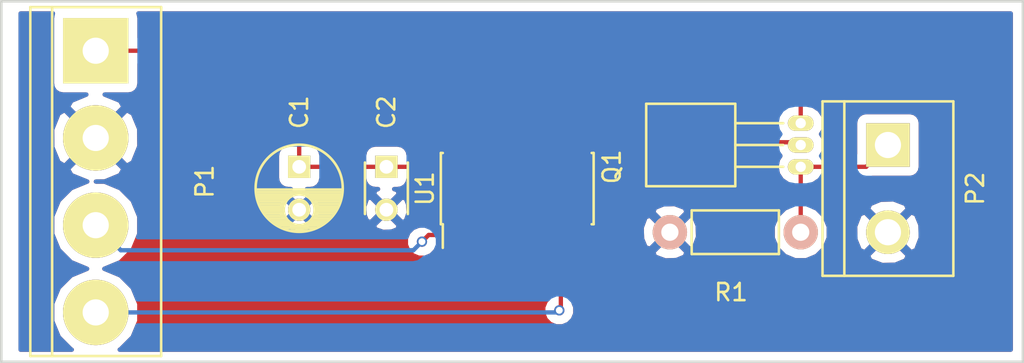
<source format=kicad_pcb>
(kicad_pcb (version 4) (host pcbnew 4.0.4-stable)

  (general
    (links 19)
    (no_connects 0)
    (area 115.924999 94.424999 175.575001 115.575001)
    (thickness 1.6)
    (drawings 4)
    (tracks 35)
    (zones 0)
    (modules 7)
    (nets 11)
  )

  (page A4)
  (layers
    (0 F.Cu signal)
    (31 B.Cu signal)
    (32 B.Adhes user hide)
    (33 F.Adhes user hide)
    (34 B.Paste user hide)
    (35 F.Paste user hide)
    (36 B.SilkS user hide)
    (37 F.SilkS user)
    (38 B.Mask user)
    (39 F.Mask user)
    (40 Dwgs.User user hide)
    (41 Cmts.User user hide)
    (42 Eco1.User user hide)
    (43 Eco2.User user hide)
    (44 Edge.Cuts user)
    (45 Margin user hide)
    (46 B.CrtYd user hide)
    (47 F.CrtYd user)
    (48 B.Fab user hide)
    (49 F.Fab user hide)
  )

  (setup
    (last_trace_width 0.25)
    (trace_clearance 0.2)
    (zone_clearance 0.508)
    (zone_45_only no)
    (trace_min 0.2)
    (segment_width 0.2)
    (edge_width 0.15)
    (via_size 0.6)
    (via_drill 0.4)
    (via_min_size 0.4)
    (via_min_drill 0.3)
    (uvia_size 0.3)
    (uvia_drill 0.1)
    (uvias_allowed no)
    (uvia_min_size 0.2)
    (uvia_min_drill 0.1)
    (pcb_text_width 0.3)
    (pcb_text_size 1.5 1.5)
    (mod_edge_width 0.15)
    (mod_text_size 1 1)
    (mod_text_width 0.15)
    (pad_size 3.81 3.81)
    (pad_drill 1.524)
    (pad_to_mask_clearance 0.2)
    (aux_axis_origin 0 0)
    (visible_elements 7FFFFFFF)
    (pcbplotparams
      (layerselection 0x090e0_80000001)
      (usegerberextensions false)
      (excludeedgelayer true)
      (linewidth 0.100000)
      (plotframeref false)
      (viasonmask false)
      (mode 1)
      (useauxorigin false)
      (hpglpennumber 1)
      (hpglpenspeed 20)
      (hpglpendiameter 15)
      (hpglpenoverlay 2)
      (psnegative false)
      (psa4output false)
      (plotreference true)
      (plotvalue true)
      (plotinvisibletext false)
      (padsonsilk false)
      (subtractmaskfromsilk false)
      (outputformat 1)
      (mirror false)
      (drillshape 0)
      (scaleselection 1)
      (outputdirectory outputNew))
  )

  (net 0 "")
  (net 1 +5V)
  (net 2 GND)
  (net 3 "Net-(Q1-Pad2)")
  (net 4 "Net-(U1-Pad2)")
  (net 5 "Net-(U1-Pad4)")
  (net 6 "Net-(U1-Pad10)")
  (net 7 "Net-(U1-Pad11)")
  (net 8 "Net-(P2-Pad1)")
  (net 9 "Net-(P1-Pad3)")
  (net 10 "Net-(P1-Pad4)")

  (net_class Default "This is the default net class."
    (clearance 0.2)
    (trace_width 0.25)
    (via_dia 0.6)
    (via_drill 0.4)
    (uvia_dia 0.3)
    (uvia_drill 0.1)
    (add_net +5V)
    (add_net GND)
    (add_net "Net-(P1-Pad3)")
    (add_net "Net-(P1-Pad4)")
    (add_net "Net-(P2-Pad1)")
    (add_net "Net-(Q1-Pad2)")
    (add_net "Net-(U1-Pad10)")
    (add_net "Net-(U1-Pad11)")
    (add_net "Net-(U1-Pad2)")
    (add_net "Net-(U1-Pad4)")
  )

  (module Housings_SOIC:SOIC-14_3.9x8.7mm_Pitch1.27mm (layer F.Cu) (tedit 586B61DE) (tstamp 586B4EE7)
    (at 146.05 105.41 90)
    (descr "14-Lead Plastic Small Outline (SL) - Narrow, 3.90 mm Body [SOIC] (see Microchip Packaging Specification 00000049BS.pdf)")
    (tags "SOIC 1.27")
    (path /585659E7)
    (attr smd)
    (fp_text reference U1 (at 0 -5.375 90) (layer F.SilkS)
      (effects (font (size 1 1) (thickness 0.15)))
    )
    (fp_text value 74HCT04 (at -5.08 0 180) (layer F.Fab)
      (effects (font (size 1 1) (thickness 0.15)))
    )
    (fp_line (start -3.7 -4.65) (end -3.7 4.65) (layer F.CrtYd) (width 0.05))
    (fp_line (start 3.7 -4.65) (end 3.7 4.65) (layer F.CrtYd) (width 0.05))
    (fp_line (start -3.7 -4.65) (end 3.7 -4.65) (layer F.CrtYd) (width 0.05))
    (fp_line (start -3.7 4.65) (end 3.7 4.65) (layer F.CrtYd) (width 0.05))
    (fp_line (start -2.075 -4.45) (end -2.075 -4.335) (layer F.SilkS) (width 0.15))
    (fp_line (start 2.075 -4.45) (end 2.075 -4.335) (layer F.SilkS) (width 0.15))
    (fp_line (start 2.075 4.45) (end 2.075 4.335) (layer F.SilkS) (width 0.15))
    (fp_line (start -2.075 4.45) (end -2.075 4.335) (layer F.SilkS) (width 0.15))
    (fp_line (start -2.075 -4.45) (end 2.075 -4.45) (layer F.SilkS) (width 0.15))
    (fp_line (start -2.075 4.45) (end 2.075 4.45) (layer F.SilkS) (width 0.15))
    (fp_line (start -2.075 -4.335) (end -3.45 -4.335) (layer F.SilkS) (width 0.15))
    (pad 1 smd rect (at -2.7 -3.81 90) (size 1.5 0.6) (layers F.Cu F.Paste F.Mask)
      (net 9 "Net-(P1-Pad3)"))
    (pad 2 smd rect (at -2.7 -2.54 90) (size 1.5 0.6) (layers F.Cu F.Paste F.Mask)
      (net 4 "Net-(U1-Pad2)"))
    (pad 3 smd rect (at -2.7 -1.27 90) (size 1.5 0.6) (layers F.Cu F.Paste F.Mask)
      (net 4 "Net-(U1-Pad2)"))
    (pad 4 smd rect (at -2.7 0 90) (size 1.5 0.6) (layers F.Cu F.Paste F.Mask)
      (net 5 "Net-(U1-Pad4)"))
    (pad 5 smd rect (at -2.7 1.27 90) (size 1.5 0.6) (layers F.Cu F.Paste F.Mask)
      (net 5 "Net-(U1-Pad4)"))
    (pad 6 smd rect (at -2.7 2.54 90) (size 1.5 0.6) (layers F.Cu F.Paste F.Mask)
      (net 10 "Net-(P1-Pad4)"))
    (pad 7 smd rect (at -2.7 3.81 90) (size 1.5 0.6) (layers F.Cu F.Paste F.Mask)
      (net 2 GND))
    (pad 8 smd rect (at 2.7 3.81 90) (size 1.5 0.6) (layers F.Cu F.Paste F.Mask)
      (net 3 "Net-(Q1-Pad2)"))
    (pad 9 smd rect (at 2.7 2.54 90) (size 1.5 0.6) (layers F.Cu F.Paste F.Mask)
      (net 6 "Net-(U1-Pad10)"))
    (pad 10 smd rect (at 2.7 1.27 90) (size 1.5 0.6) (layers F.Cu F.Paste F.Mask)
      (net 6 "Net-(U1-Pad10)"))
    (pad 11 smd rect (at 2.7 0 90) (size 1.5 0.6) (layers F.Cu F.Paste F.Mask)
      (net 7 "Net-(U1-Pad11)"))
    (pad 12 smd rect (at 2.7 -1.27 90) (size 1.5 0.6) (layers F.Cu F.Paste F.Mask)
      (net 7 "Net-(U1-Pad11)"))
    (pad 13 smd rect (at 2.7 -2.54 90) (size 1.5 0.6) (layers F.Cu F.Paste F.Mask)
      (net 10 "Net-(P1-Pad4)"))
    (pad 14 smd rect (at 2.7 -3.81 90) (size 1.5 0.6) (layers F.Cu F.Paste F.Mask)
      (net 1 +5V))
    (model Housings_SOIC.3dshapes/SOIC-14_3.9x8.7mm_Pitch1.27mm.wrl
      (at (xyz 0 0 0))
      (scale (xyz 1 1 1))
      (rotate (xyz 0 0 0))
    )
  )

  (module Capacitors_ThroughHole:C_Radial_D5_L11_P2.5 (layer F.Cu) (tedit 586B6187) (tstamp 586B4EC2)
    (at 133.35 104.14 270)
    (descr "Radial Electrolytic Capacitor Diameter 5mm x Length 11mm, Pitch 2.5mm")
    (tags "Electrolytic Capacitor")
    (path /58566F81)
    (fp_text reference C1 (at -3.175 0 270) (layer F.SilkS)
      (effects (font (size 1 1) (thickness 0.15)))
    )
    (fp_text value C (at 1.25 3.8 270) (layer F.Fab)
      (effects (font (size 1 1) (thickness 0.15)))
    )
    (fp_line (start 1.325 -2.499) (end 1.325 2.499) (layer F.SilkS) (width 0.15))
    (fp_line (start 1.465 -2.491) (end 1.465 2.491) (layer F.SilkS) (width 0.15))
    (fp_line (start 1.605 -2.475) (end 1.605 -0.095) (layer F.SilkS) (width 0.15))
    (fp_line (start 1.605 0.095) (end 1.605 2.475) (layer F.SilkS) (width 0.15))
    (fp_line (start 1.745 -2.451) (end 1.745 -0.49) (layer F.SilkS) (width 0.15))
    (fp_line (start 1.745 0.49) (end 1.745 2.451) (layer F.SilkS) (width 0.15))
    (fp_line (start 1.885 -2.418) (end 1.885 -0.657) (layer F.SilkS) (width 0.15))
    (fp_line (start 1.885 0.657) (end 1.885 2.418) (layer F.SilkS) (width 0.15))
    (fp_line (start 2.025 -2.377) (end 2.025 -0.764) (layer F.SilkS) (width 0.15))
    (fp_line (start 2.025 0.764) (end 2.025 2.377) (layer F.SilkS) (width 0.15))
    (fp_line (start 2.165 -2.327) (end 2.165 -0.835) (layer F.SilkS) (width 0.15))
    (fp_line (start 2.165 0.835) (end 2.165 2.327) (layer F.SilkS) (width 0.15))
    (fp_line (start 2.305 -2.266) (end 2.305 -0.879) (layer F.SilkS) (width 0.15))
    (fp_line (start 2.305 0.879) (end 2.305 2.266) (layer F.SilkS) (width 0.15))
    (fp_line (start 2.445 -2.196) (end 2.445 -0.898) (layer F.SilkS) (width 0.15))
    (fp_line (start 2.445 0.898) (end 2.445 2.196) (layer F.SilkS) (width 0.15))
    (fp_line (start 2.585 -2.114) (end 2.585 -0.896) (layer F.SilkS) (width 0.15))
    (fp_line (start 2.585 0.896) (end 2.585 2.114) (layer F.SilkS) (width 0.15))
    (fp_line (start 2.725 -2.019) (end 2.725 -0.871) (layer F.SilkS) (width 0.15))
    (fp_line (start 2.725 0.871) (end 2.725 2.019) (layer F.SilkS) (width 0.15))
    (fp_line (start 2.865 -1.908) (end 2.865 -0.823) (layer F.SilkS) (width 0.15))
    (fp_line (start 2.865 0.823) (end 2.865 1.908) (layer F.SilkS) (width 0.15))
    (fp_line (start 3.005 -1.78) (end 3.005 -0.745) (layer F.SilkS) (width 0.15))
    (fp_line (start 3.005 0.745) (end 3.005 1.78) (layer F.SilkS) (width 0.15))
    (fp_line (start 3.145 -1.631) (end 3.145 -0.628) (layer F.SilkS) (width 0.15))
    (fp_line (start 3.145 0.628) (end 3.145 1.631) (layer F.SilkS) (width 0.15))
    (fp_line (start 3.285 -1.452) (end 3.285 -0.44) (layer F.SilkS) (width 0.15))
    (fp_line (start 3.285 0.44) (end 3.285 1.452) (layer F.SilkS) (width 0.15))
    (fp_line (start 3.425 -1.233) (end 3.425 1.233) (layer F.SilkS) (width 0.15))
    (fp_line (start 3.565 -0.944) (end 3.565 0.944) (layer F.SilkS) (width 0.15))
    (fp_line (start 3.705 -0.472) (end 3.705 0.472) (layer F.SilkS) (width 0.15))
    (fp_circle (center 2.5 0) (end 2.5 -0.9) (layer F.SilkS) (width 0.15))
    (fp_circle (center 1.25 0) (end 1.25 -2.5375) (layer F.SilkS) (width 0.15))
    (fp_circle (center 1.25 0) (end 1.25 -2.8) (layer F.CrtYd) (width 0.05))
    (pad 1 thru_hole rect (at 0 0 270) (size 1.3 1.3) (drill 0.8) (layers *.Cu *.Mask F.SilkS)
      (net 1 +5V))
    (pad 2 thru_hole circle (at 2.5 0 270) (size 1.3 1.3) (drill 0.8) (layers *.Cu *.Mask F.SilkS)
      (net 2 GND))
    (model Capacitors_ThroughHole.3dshapes/C_Radial_D5_L11_P2.5.wrl
      (at (xyz 0.049213 0 0))
      (scale (xyz 1 1 1))
      (rotate (xyz 0 0 90))
    )
  )

  (module Capacitors_ThroughHole:C_Disc_D3_P2.5 (layer F.Cu) (tedit 586B6181) (tstamp 586B4EC8)
    (at 138.43 104.14 270)
    (descr "Capacitor 3mm Disc, Pitch 2.5mm")
    (tags Capacitor)
    (path /58566FCE)
    (fp_text reference C2 (at -3.175 0 270) (layer F.SilkS)
      (effects (font (size 1 1) (thickness 0.15)))
    )
    (fp_text value CP (at 1.25 2.5 270) (layer F.Fab)
      (effects (font (size 1 1) (thickness 0.15)))
    )
    (fp_line (start -0.9 -1.5) (end 3.4 -1.5) (layer F.CrtYd) (width 0.05))
    (fp_line (start 3.4 -1.5) (end 3.4 1.5) (layer F.CrtYd) (width 0.05))
    (fp_line (start 3.4 1.5) (end -0.9 1.5) (layer F.CrtYd) (width 0.05))
    (fp_line (start -0.9 1.5) (end -0.9 -1.5) (layer F.CrtYd) (width 0.05))
    (fp_line (start -0.25 -1.25) (end 2.75 -1.25) (layer F.SilkS) (width 0.15))
    (fp_line (start 2.75 1.25) (end -0.25 1.25) (layer F.SilkS) (width 0.15))
    (pad 1 thru_hole rect (at 0 0 270) (size 1.3 1.3) (drill 0.8) (layers *.Cu *.Mask F.SilkS)
      (net 1 +5V))
    (pad 2 thru_hole circle (at 2.5 0 270) (size 1.3 1.3) (drill 0.8001) (layers *.Cu *.Mask F.SilkS)
      (net 2 GND))
    (model Capacitors_ThroughHole.3dshapes/C_Disc_D3_P2.5.wrl
      (at (xyz 0.0492126 0 0))
      (scale (xyz 1 1 1))
      (rotate (xyz 0 0 0))
    )
  )

  (module TO_SOT_Packages_THT:TO-92_Horizontal2_Inline_Narrow_Oval (layer F.Cu) (tedit 586B61F3) (tstamp 586B4ECF)
    (at 162.56 104.14 90)
    (descr "TO-92 horizontal, leads in-line, narrow, oval pads, drill 0.6mm (see NXP sot054_po.pdf)")
    (tags "to-92 sc-43 sc-43a sot54 PA33 transistor")
    (path /58566674)
    (fp_text reference Q1 (at 0 -11 270) (layer F.SilkS)
      (effects (font (size 1 1) (thickness 0.15)))
    )
    (fp_text value S9013 (at 1.27 -6.35 90) (layer F.Fab)
      (effects (font (size 1 1) (thickness 0.15)))
    )
    (fp_line (start 2.54 -1.016) (end 2.54 -3.81) (layer F.SilkS) (width 0.15))
    (fp_line (start 1.27 -1.016) (end 1.27 -3.81) (layer F.SilkS) (width 0.15))
    (fp_line (start 0 -1.016) (end 0 -3.81) (layer F.SilkS) (width 0.15))
    (fp_line (start 3.67 -3.81) (end -1.13 -3.81) (layer F.SilkS) (width 0.15))
    (fp_line (start -1.13 -3.81) (end -1.13 -9) (layer F.SilkS) (width 0.15))
    (fp_line (start -1.13 -9) (end 3.67 -9) (layer F.SilkS) (width 0.15))
    (fp_line (start 3.67 -9) (end 3.67 -3.81) (layer F.SilkS) (width 0.15))
    (fp_line (start 3.95 -9.25) (end 3.95 1) (layer F.CrtYd) (width 0.05))
    (fp_line (start 3.95 -9.25) (end -1.4 -9.25) (layer F.CrtYd) (width 0.05))
    (fp_line (start -1.4 -9.25) (end -1.4 1) (layer F.CrtYd) (width 0.05))
    (fp_line (start 3.95 1) (end -1.4 1) (layer F.CrtYd) (width 0.05))
    (pad 2 thru_hole oval (at 1.27 0 90) (size 0.89916 1.50114) (drill 0.6) (layers *.Cu *.Mask F.SilkS)
      (net 3 "Net-(Q1-Pad2)"))
    (pad 1 thru_hole oval (at 0 0 90) (size 0.89916 1.50114) (drill 0.6) (layers *.Cu *.Mask F.SilkS)
      (net 8 "Net-(P2-Pad1)"))
    (pad 3 thru_hole oval (at 2.54 0 90) (size 0.89916 1.50114) (drill 0.6) (layers *.Cu *.Mask F.SilkS)
      (net 1 +5V))
    (model TO_SOT_Packages_THT.3dshapes/TO-92_Horizontal2_Inline_Narrow_Oval.wrl
      (at (xyz 0.05 0 0))
      (scale (xyz 1 1 1))
      (rotate (xyz 0 0 90))
    )
  )

  (module Resistors_ThroughHole:Resistor_Horizontal_RM7mm (layer F.Cu) (tedit 569FCF07) (tstamp 586B4ED5)
    (at 162.56 107.95 180)
    (descr "Resistor, Axial,  RM 7.62mm, 1/3W,")
    (tags "Resistor Axial RM 7.62mm 1/3W R3")
    (path /585666F6)
    (fp_text reference R1 (at 4.05892 -3.50012 180) (layer F.SilkS)
      (effects (font (size 1 1) (thickness 0.15)))
    )
    (fp_text value R (at 3.81 3.81 180) (layer F.Fab)
      (effects (font (size 1 1) (thickness 0.15)))
    )
    (fp_line (start -1.25 -1.5) (end 8.85 -1.5) (layer F.CrtYd) (width 0.05))
    (fp_line (start -1.25 1.5) (end -1.25 -1.5) (layer F.CrtYd) (width 0.05))
    (fp_line (start 8.85 -1.5) (end 8.85 1.5) (layer F.CrtYd) (width 0.05))
    (fp_line (start -1.25 1.5) (end 8.85 1.5) (layer F.CrtYd) (width 0.05))
    (fp_line (start 1.27 -1.27) (end 6.35 -1.27) (layer F.SilkS) (width 0.15))
    (fp_line (start 6.35 -1.27) (end 6.35 1.27) (layer F.SilkS) (width 0.15))
    (fp_line (start 6.35 1.27) (end 1.27 1.27) (layer F.SilkS) (width 0.15))
    (fp_line (start 1.27 1.27) (end 1.27 -1.27) (layer F.SilkS) (width 0.15))
    (pad 1 thru_hole circle (at 0 0 180) (size 1.99898 1.99898) (drill 1.00076) (layers *.Cu *.SilkS *.Mask)
      (net 8 "Net-(P2-Pad1)"))
    (pad 2 thru_hole circle (at 7.62 0 180) (size 1.99898 1.99898) (drill 1.00076) (layers *.Cu *.SilkS *.Mask)
      (net 2 GND))
  )

  (module Connect:bornier2 (layer F.Cu) (tedit 586B61FC) (tstamp 586B53EF)
    (at 167.64 105.41 270)
    (descr "Bornier d'alimentation 2 pins")
    (tags DEV)
    (path /586B543C)
    (fp_text reference P2 (at 0 -5.08 270) (layer F.SilkS)
      (effects (font (size 1 1) (thickness 0.15)))
    )
    (fp_text value BNC (at 0 -2.54 270) (layer F.Fab)
      (effects (font (size 1 1) (thickness 0.15)))
    )
    (fp_line (start 5.08 2.54) (end -5.08 2.54) (layer F.SilkS) (width 0.15))
    (fp_line (start 5.08 3.81) (end 5.08 -3.81) (layer F.SilkS) (width 0.15))
    (fp_line (start 5.08 -3.81) (end -5.08 -3.81) (layer F.SilkS) (width 0.15))
    (fp_line (start -5.08 -3.81) (end -5.08 3.81) (layer F.SilkS) (width 0.15))
    (fp_line (start -5.08 3.81) (end 5.08 3.81) (layer F.SilkS) (width 0.15))
    (pad 1 thru_hole rect (at -2.54 0 270) (size 2.54 2.54) (drill 1.524) (layers *.Cu *.Mask F.SilkS)
      (net 8 "Net-(P2-Pad1)"))
    (pad 2 thru_hole circle (at 2.54 0 270) (size 2.54 2.54) (drill 1.524) (layers *.Cu *.Mask F.SilkS)
      (net 2 GND))
    (model Connect.3dshapes/bornier2.wrl
      (at (xyz 0 0 0))
      (scale (xyz 1 1 1))
      (rotate (xyz 0 0 0))
    )
  )

  (module Connect:bornier4 (layer F.Cu) (tedit 58D1FAFD) (tstamp 58D1F766)
    (at 121.5 105 270)
    (descr "Bornier d'alimentation 4 pins")
    (tags DEV)
    (path /58D1F896)
    (fp_text reference P1 (at 0 -6.35 270) (layer F.SilkS)
      (effects (font (size 1 1) (thickness 0.15)))
    )
    (fp_text value CONN_01X04 (at 0 5.08 270) (layer F.Fab)
      (effects (font (size 1 1) (thickness 0.15)))
    )
    (fp_line (start -10.16 -3.81) (end -10.16 3.81) (layer F.SilkS) (width 0.15))
    (fp_line (start 10.16 3.81) (end 10.16 -3.81) (layer F.SilkS) (width 0.15))
    (fp_line (start 10.16 2.54) (end -10.16 2.54) (layer F.SilkS) (width 0.15))
    (fp_line (start -10.16 -3.81) (end 10.16 -3.81) (layer F.SilkS) (width 0.15))
    (fp_line (start -10.16 3.81) (end 10.16 3.81) (layer F.SilkS) (width 0.15))
    (pad 2 thru_hole circle (at -2.54 0 270) (size 3.81 3.81) (drill 1.524) (layers *.Cu *.Mask F.SilkS)
      (net 2 GND))
    (pad 3 thru_hole circle (at 2.54 0 270) (size 3.81 3.81) (drill 1.524) (layers *.Cu *.Mask F.SilkS)
      (net 9 "Net-(P1-Pad3)"))
    (pad 1 thru_hole rect (at -7.62 0 270) (size 3.81 3.81) (drill 1.524) (layers *.Cu *.Mask F.SilkS)
      (net 1 +5V))
    (pad 4 thru_hole circle (at 7.62 0 270) (size 3.81 3.81) (drill 1.524) (layers *.Cu *.Mask F.SilkS)
      (net 10 "Net-(P1-Pad4)"))
    (model Connect.3dshapes/bornier4.wrl
      (at (xyz 0 0 0))
      (scale (xyz 1 1 1))
      (rotate (xyz 0 0 0))
    )
  )

  (gr_line (start 175.5 94.5) (end 175.5 115.5) (angle 90) (layer Edge.Cuts) (width 0.15))
  (gr_line (start 116 94.5) (end 116 115.5) (angle 90) (layer Edge.Cuts) (width 0.15))
  (gr_line (start 116 115.5) (end 175.5 115.5) (angle 90) (layer Edge.Cuts) (width 0.15))
  (gr_line (start 116 94.5) (end 175.5 94.5) (angle 90) (layer Edge.Cuts) (width 0.15))

  (segment (start 133.35 104.14) (end 133.35 97.65) (width 0.25) (layer F.Cu) (net 1))
  (segment (start 133.08 97.38) (end 121.5 97.38) (width 0.25) (layer F.Cu) (net 1) (tstamp 58D1F77D))
  (segment (start 133.35 97.65) (end 133.08 97.38) (width 0.25) (layer F.Cu) (net 1) (tstamp 58D1F774))
  (segment (start 142.24 102.71) (end 142.24 100.33) (width 0.25) (layer F.Cu) (net 1))
  (segment (start 162.56 100.33) (end 162.56 101.6) (width 0.25) (layer F.Cu) (net 1) (tstamp 586B50B6))
  (segment (start 142.24 100.33) (end 162.56 100.33) (width 0.25) (layer F.Cu) (net 1) (tstamp 586B50B4))
  (segment (start 138.43 104.14) (end 140.81 104.14) (width 0.25) (layer F.Cu) (net 1))
  (segment (start 140.81 104.14) (end 142.24 102.71) (width 0.25) (layer F.Cu) (net 1) (tstamp 586B50AF))
  (segment (start 133.35 104.14) (end 138.43 104.14) (width 0.25) (layer F.Cu) (net 1))
  (segment (start 149.86 102.71) (end 162.4 102.71) (width 0.25) (layer F.Cu) (net 3))
  (segment (start 162.4 102.71) (end 162.56 102.87) (width 0.25) (layer F.Cu) (net 3) (tstamp 586B50C1))
  (segment (start 143.51 108.11) (end 144.78 108.11) (width 0.25) (layer F.Cu) (net 4))
  (segment (start 146.05 108.11) (end 147.32 108.11) (width 0.25) (layer F.Cu) (net 5))
  (segment (start 147.32 102.71) (end 148.59 102.71) (width 0.25) (layer F.Cu) (net 6))
  (segment (start 144.78 102.71) (end 146.05 102.71) (width 0.25) (layer F.Cu) (net 7))
  (segment (start 166.37 104.14) (end 165.1 104.14) (width 0.25) (layer F.Cu) (net 8))
  (segment (start 165.1 104.14) (end 162.56 104.14) (width 0.25) (layer F.Cu) (net 8))
  (segment (start 166.37 104.14) (end 167.64 102.87) (width 0.25) (layer F.Cu) (net 8) (tstamp 586B542D))
  (segment (start 162.56 104.14) (end 162.56 107.95) (width 0.25) (layer F.Cu) (net 8))
  (segment (start 142.24 108.11) (end 140.89 108.11) (width 0.25) (layer F.Cu) (net 9))
  (segment (start 122.96 109) (end 121.5 107.54) (width 0.25) (layer B.Cu) (net 9) (tstamp 58D1F9DF))
  (segment (start 140 109) (end 122.96 109) (width 0.25) (layer B.Cu) (net 9) (tstamp 58D1F9D9))
  (segment (start 140.5 108.5) (end 140 109) (width 0.25) (layer B.Cu) (net 9) (tstamp 58D1F9D8))
  (via (at 140.5 108.5) (size 0.6) (drill 0.4) (layers F.Cu B.Cu) (net 9))
  (segment (start 140.89 108.11) (end 140.5 108.5) (width 0.25) (layer F.Cu) (net 9) (tstamp 58D1F9CF))
  (segment (start 121.5 112.62) (end 148.38 112.62) (width 0.25) (layer B.Cu) (net 10))
  (segment (start 148.59 112.41) (end 148.59 108.11) (width 0.25) (layer F.Cu) (net 10) (tstamp 58D1F9FB))
  (segment (start 148.5 112.5) (end 148.59 112.41) (width 0.25) (layer F.Cu) (net 10) (tstamp 58D1F9FA))
  (via (at 148.5 112.5) (size 0.6) (drill 0.4) (layers F.Cu B.Cu) (net 10))
  (segment (start 148.38 112.62) (end 148.5 112.5) (width 0.25) (layer B.Cu) (net 10) (tstamp 58D1F9ED))
  (segment (start 143.51 102.71) (end 143.51 104.14) (width 0.25) (layer F.Cu) (net 10))
  (segment (start 148.59 106.68) (end 148.59 108.11) (width 0.25) (layer F.Cu) (net 10) (tstamp 586B50E6))
  (segment (start 147.32 105.41) (end 148.59 106.68) (width 0.25) (layer F.Cu) (net 10) (tstamp 586B50E3))
  (segment (start 144.78 105.41) (end 147.32 105.41) (width 0.25) (layer F.Cu) (net 10) (tstamp 586B50DE))
  (segment (start 143.51 104.14) (end 144.78 105.41) (width 0.25) (layer F.Cu) (net 10) (tstamp 586B50D8))

  (zone (net 2) (net_name GND) (layer B.Cu) (tstamp 58D1FBE0) (hatch edge 0.508)
    (connect_pads (clearance 0.508))
    (min_thickness 0.254)
    (fill yes (arc_segments 16) (thermal_gap 0.508) (thermal_bridge_width 0.508))
    (polygon
      (pts
        (xy 175 115) (xy 117 115) (xy 117 95) (xy 175 95)
      )
    )
    (filled_polygon
      (pts
        (xy 118.998569 95.22311) (xy 118.94756 95.475) (xy 118.94756 99.285) (xy 118.991838 99.520317) (xy 119.13091 99.736441)
        (xy 119.34311 99.881431) (xy 119.595 99.93244) (xy 120.952123 99.93244) (xy 120.082353 100.292711) (xy 119.873165 100.65356)
        (xy 121.5 102.280395) (xy 123.126835 100.65356) (xy 122.917647 100.292711) (xy 122.023211 99.93244) (xy 123.405 99.93244)
        (xy 123.640317 99.888162) (xy 123.856441 99.74909) (xy 124.001431 99.53689) (xy 124.05244 99.285) (xy 124.05244 95.475)
        (xy 124.008162 95.239683) (xy 123.989062 95.21) (xy 174.79 95.21) (xy 174.79 114.79) (xy 122.899555 114.79)
        (xy 122.936915 114.774563) (xy 123.652052 114.060673) (xy 123.934693 113.38) (xy 148.181137 113.38) (xy 148.313201 113.434838)
        (xy 148.685167 113.435162) (xy 149.028943 113.293117) (xy 149.292192 113.030327) (xy 149.434838 112.686799) (xy 149.435162 112.314833)
        (xy 149.293117 111.971057) (xy 149.030327 111.707808) (xy 148.686799 111.565162) (xy 148.314833 111.564838) (xy 147.971057 111.706883)
        (xy 147.817673 111.86) (xy 123.934258 111.86) (xy 123.654563 111.183085) (xy 122.940673 110.467948) (xy 122.007454 110.080441)
        (xy 122.003028 110.080437) (xy 122.837512 109.735635) (xy 122.96 109.76) (xy 140 109.76) (xy 140.290839 109.702148)
        (xy 140.537401 109.537401) (xy 140.63968 109.435122) (xy 140.685167 109.435162) (xy 141.028943 109.293117) (xy 141.22023 109.102163)
        (xy 153.967443 109.102163) (xy 154.066042 109.368965) (xy 154.675582 109.595401) (xy 155.325377 109.571341) (xy 155.813958 109.368965)
        (xy 155.912557 109.102163) (xy 154.94 108.129605) (xy 153.967443 109.102163) (xy 141.22023 109.102163) (xy 141.292192 109.030327)
        (xy 141.434838 108.686799) (xy 141.435162 108.314833) (xy 141.293117 107.971057) (xy 141.030327 107.707808) (xy 140.976802 107.685582)
        (xy 153.294599 107.685582) (xy 153.318659 108.335377) (xy 153.521035 108.823958) (xy 153.787837 108.922557) (xy 154.760395 107.95)
        (xy 155.119605 107.95) (xy 156.092163 108.922557) (xy 156.358965 108.823958) (xy 156.56338 108.273694) (xy 160.925226 108.273694)
        (xy 161.173538 108.874655) (xy 161.632927 109.334846) (xy 162.233453 109.584206) (xy 162.883694 109.584774) (xy 163.484655 109.336462)
        (xy 163.523407 109.297777) (xy 166.471828 109.297777) (xy 166.60352 109.592657) (xy 167.311036 109.864261) (xy 168.068632 109.844436)
        (xy 168.67648 109.592657) (xy 168.808172 109.297777) (xy 167.64 108.129605) (xy 166.471828 109.297777) (xy 163.523407 109.297777)
        (xy 163.944846 108.877073) (xy 164.194206 108.276547) (xy 164.194774 107.626306) (xy 164.192597 107.621036) (xy 165.725739 107.621036)
        (xy 165.745564 108.378632) (xy 165.997343 108.98648) (xy 166.292223 109.118172) (xy 167.460395 107.95) (xy 167.819605 107.95)
        (xy 168.987777 109.118172) (xy 169.282657 108.98648) (xy 169.554261 108.278964) (xy 169.534436 107.521368) (xy 169.282657 106.91352)
        (xy 168.987777 106.781828) (xy 167.819605 107.95) (xy 167.460395 107.95) (xy 166.292223 106.781828) (xy 165.997343 106.91352)
        (xy 165.725739 107.621036) (xy 164.192597 107.621036) (xy 163.946462 107.025345) (xy 163.524078 106.602223) (xy 166.471828 106.602223)
        (xy 167.64 107.770395) (xy 168.808172 106.602223) (xy 168.67648 106.307343) (xy 167.968964 106.035739) (xy 167.211368 106.055564)
        (xy 166.60352 106.307343) (xy 166.471828 106.602223) (xy 163.524078 106.602223) (xy 163.487073 106.565154) (xy 162.886547 106.315794)
        (xy 162.236306 106.315226) (xy 161.635345 106.563538) (xy 161.175154 107.022927) (xy 160.925794 107.623453) (xy 160.925226 108.273694)
        (xy 156.56338 108.273694) (xy 156.585401 108.214418) (xy 156.561341 107.564623) (xy 156.358965 107.076042) (xy 156.092163 106.977443)
        (xy 155.119605 107.95) (xy 154.760395 107.95) (xy 153.787837 106.977443) (xy 153.521035 107.076042) (xy 153.294599 107.685582)
        (xy 140.976802 107.685582) (xy 140.686799 107.565162) (xy 140.314833 107.564838) (xy 139.971057 107.706883) (xy 139.707808 107.969673)
        (xy 139.595558 108.24) (xy 123.959607 108.24) (xy 124.039559 108.047454) (xy 124.040002 107.539016) (xy 132.63059 107.539016)
        (xy 132.686271 107.769611) (xy 133.169078 107.937622) (xy 133.679428 107.908083) (xy 134.013729 107.769611) (xy 134.06941 107.539016)
        (xy 137.71059 107.539016) (xy 137.766271 107.769611) (xy 138.249078 107.937622) (xy 138.759428 107.908083) (xy 139.093729 107.769611)
        (xy 139.14941 107.539016) (xy 138.43 106.819605) (xy 137.71059 107.539016) (xy 134.06941 107.539016) (xy 133.35 106.819605)
        (xy 132.63059 107.539016) (xy 124.040002 107.539016) (xy 124.04044 107.036979) (xy 123.801657 106.459078) (xy 132.052378 106.459078)
        (xy 132.081917 106.969428) (xy 132.220389 107.303729) (xy 132.450984 107.35941) (xy 133.170395 106.64) (xy 133.529605 106.64)
        (xy 134.249016 107.35941) (xy 134.479611 107.303729) (xy 134.647622 106.820922) (xy 134.626679 106.459078) (xy 137.132378 106.459078)
        (xy 137.161917 106.969428) (xy 137.300389 107.303729) (xy 137.530984 107.35941) (xy 138.250395 106.64) (xy 138.609605 106.64)
        (xy 139.329016 107.35941) (xy 139.559611 107.303729) (xy 139.727622 106.820922) (xy 139.726286 106.797837) (xy 153.967443 106.797837)
        (xy 154.94 107.770395) (xy 155.912557 106.797837) (xy 155.813958 106.531035) (xy 155.204418 106.304599) (xy 154.554623 106.328659)
        (xy 154.066042 106.531035) (xy 153.967443 106.797837) (xy 139.726286 106.797837) (xy 139.698083 106.310572) (xy 139.559611 105.976271)
        (xy 139.329016 105.92059) (xy 138.609605 106.64) (xy 138.250395 106.64) (xy 137.530984 105.92059) (xy 137.300389 105.976271)
        (xy 137.132378 106.459078) (xy 134.626679 106.459078) (xy 134.618083 106.310572) (xy 134.479611 105.976271) (xy 134.249016 105.92059)
        (xy 133.529605 106.64) (xy 133.170395 106.64) (xy 132.450984 105.92059) (xy 132.220389 105.976271) (xy 132.052378 106.459078)
        (xy 123.801657 106.459078) (xy 123.654563 106.103085) (xy 122.940673 105.387948) (xy 122.007454 105.000441) (xy 121.511568 105.000009)
        (xy 122.030077 104.994933) (xy 122.917647 104.627289) (xy 123.126835 104.26644) (xy 121.5 102.639605) (xy 119.873165 104.26644)
        (xy 120.082353 104.627289) (xy 121.006602 104.999568) (xy 120.996979 104.99956) (xy 120.063085 105.385437) (xy 119.347948 106.099327)
        (xy 118.960441 107.032546) (xy 118.95956 108.043021) (xy 119.345437 108.976915) (xy 120.059327 109.692052) (xy 120.992546 110.079559)
        (xy 120.996972 110.079563) (xy 120.063085 110.465437) (xy 119.347948 111.179327) (xy 118.960441 112.112546) (xy 118.95956 113.123021)
        (xy 119.345437 114.056915) (xy 120.059327 114.772052) (xy 120.102551 114.79) (xy 117.127 114.79) (xy 117.127 101.97965)
        (xy 118.955176 101.97965) (xy 118.965067 102.990077) (xy 119.332711 103.877647) (xy 119.69356 104.086835) (xy 121.320395 102.46)
        (xy 121.679605 102.46) (xy 123.30644 104.086835) (xy 123.667289 103.877647) (xy 123.823429 103.49) (xy 132.05256 103.49)
        (xy 132.05256 104.79) (xy 132.096838 105.025317) (xy 132.23591 105.241441) (xy 132.44811 105.386431) (xy 132.7 105.43744)
        (xy 132.862385 105.43744) (xy 132.686271 105.510389) (xy 132.63059 105.740984) (xy 133.35 106.460395) (xy 134.06941 105.740984)
        (xy 134.013729 105.510389) (xy 133.804098 105.43744) (xy 134 105.43744) (xy 134.235317 105.393162) (xy 134.451441 105.25409)
        (xy 134.596431 105.04189) (xy 134.64744 104.79) (xy 134.64744 103.49) (xy 137.13256 103.49) (xy 137.13256 104.79)
        (xy 137.176838 105.025317) (xy 137.31591 105.241441) (xy 137.52811 105.386431) (xy 137.78 105.43744) (xy 137.942385 105.43744)
        (xy 137.766271 105.510389) (xy 137.71059 105.740984) (xy 138.43 106.460395) (xy 139.14941 105.740984) (xy 139.093729 105.510389)
        (xy 138.884098 105.43744) (xy 139.08 105.43744) (xy 139.315317 105.393162) (xy 139.531441 105.25409) (xy 139.676431 105.04189)
        (xy 139.72744 104.79) (xy 139.72744 103.49) (xy 139.683162 103.254683) (xy 139.54409 103.038559) (xy 139.33189 102.893569)
        (xy 139.08 102.84256) (xy 137.78 102.84256) (xy 137.544683 102.886838) (xy 137.328559 103.02591) (xy 137.183569 103.23811)
        (xy 137.13256 103.49) (xy 134.64744 103.49) (xy 134.603162 103.254683) (xy 134.46409 103.038559) (xy 134.25189 102.893569)
        (xy 134 102.84256) (xy 132.7 102.84256) (xy 132.464683 102.886838) (xy 132.248559 103.02591) (xy 132.103569 103.23811)
        (xy 132.05256 103.49) (xy 123.823429 103.49) (xy 124.044824 102.94035) (xy 124.034933 101.929923) (xy 123.898275 101.6)
        (xy 161.147285 101.6) (xy 161.229844 102.015051) (xy 161.376809 102.235) (xy 161.229844 102.454949) (xy 161.147285 102.87)
        (xy 161.229844 103.285051) (xy 161.376809 103.505) (xy 161.229844 103.724949) (xy 161.147285 104.14) (xy 161.229844 104.555051)
        (xy 161.464951 104.906914) (xy 161.816814 105.142021) (xy 162.231865 105.22458) (xy 162.888135 105.22458) (xy 163.303186 105.142021)
        (xy 163.655049 104.906914) (xy 163.890156 104.555051) (xy 163.972715 104.14) (xy 163.890156 103.724949) (xy 163.743191 103.505)
        (xy 163.890156 103.285051) (xy 163.972715 102.87) (xy 163.890156 102.454949) (xy 163.743191 102.235) (xy 163.890156 102.015051)
        (xy 163.972715 101.6) (xy 165.72256 101.6) (xy 165.72256 104.14) (xy 165.766838 104.375317) (xy 165.90591 104.591441)
        (xy 166.11811 104.736431) (xy 166.37 104.78744) (xy 168.91 104.78744) (xy 169.145317 104.743162) (xy 169.361441 104.60409)
        (xy 169.506431 104.39189) (xy 169.55744 104.14) (xy 169.55744 101.6) (xy 169.513162 101.364683) (xy 169.37409 101.148559)
        (xy 169.16189 101.003569) (xy 168.91 100.95256) (xy 166.37 100.95256) (xy 166.134683 100.996838) (xy 165.918559 101.13591)
        (xy 165.773569 101.34811) (xy 165.72256 101.6) (xy 163.972715 101.6) (xy 163.890156 101.184949) (xy 163.655049 100.833086)
        (xy 163.303186 100.597979) (xy 162.888135 100.51542) (xy 162.231865 100.51542) (xy 161.816814 100.597979) (xy 161.464951 100.833086)
        (xy 161.229844 101.184949) (xy 161.147285 101.6) (xy 123.898275 101.6) (xy 123.667289 101.042353) (xy 123.30644 100.833165)
        (xy 121.679605 102.46) (xy 121.320395 102.46) (xy 119.69356 100.833165) (xy 119.332711 101.042353) (xy 118.955176 101.97965)
        (xy 117.127 101.97965) (xy 117.127 95.21) (xy 119.007527 95.21)
      )
    )
  )
  (zone (net 2) (net_name GND) (layer F.Cu) (tstamp 58D1FBE0) (hatch edge 0.508)
    (connect_pads (clearance 0.508))
    (min_thickness 0.254)
    (fill yes (arc_segments 16) (thermal_gap 0.508) (thermal_bridge_width 0.508))
    (polygon
      (pts
        (xy 175 115) (xy 117 115) (xy 117 95) (xy 175 95)
      )
    )
    (filled_polygon
      (pts
        (xy 118.998569 95.22311) (xy 118.94756 95.475) (xy 118.94756 99.285) (xy 118.991838 99.520317) (xy 119.13091 99.736441)
        (xy 119.34311 99.881431) (xy 119.595 99.93244) (xy 120.952123 99.93244) (xy 120.082353 100.292711) (xy 119.873165 100.65356)
        (xy 121.5 102.280395) (xy 123.126835 100.65356) (xy 122.917647 100.292711) (xy 122.023211 99.93244) (xy 123.405 99.93244)
        (xy 123.640317 99.888162) (xy 123.856441 99.74909) (xy 124.001431 99.53689) (xy 124.05244 99.285) (xy 124.05244 98.14)
        (xy 132.59 98.14) (xy 132.59 102.863258) (xy 132.464683 102.886838) (xy 132.248559 103.02591) (xy 132.103569 103.23811)
        (xy 132.05256 103.49) (xy 132.05256 104.79) (xy 132.096838 105.025317) (xy 132.23591 105.241441) (xy 132.44811 105.386431)
        (xy 132.7 105.43744) (xy 132.862385 105.43744) (xy 132.686271 105.510389) (xy 132.63059 105.740984) (xy 133.35 106.460395)
        (xy 134.06941 105.740984) (xy 134.013729 105.510389) (xy 133.804098 105.43744) (xy 134 105.43744) (xy 134.235317 105.393162)
        (xy 134.451441 105.25409) (xy 134.596431 105.04189) (xy 134.625164 104.9) (xy 137.153258 104.9) (xy 137.176838 105.025317)
        (xy 137.31591 105.241441) (xy 137.52811 105.386431) (xy 137.78 105.43744) (xy 137.942385 105.43744) (xy 137.766271 105.510389)
        (xy 137.71059 105.740984) (xy 138.43 106.460395) (xy 139.14941 105.740984) (xy 139.093729 105.510389) (xy 138.884098 105.43744)
        (xy 139.08 105.43744) (xy 139.315317 105.393162) (xy 139.531441 105.25409) (xy 139.676431 105.04189) (xy 139.705164 104.9)
        (xy 140.81 104.9) (xy 141.100839 104.842148) (xy 141.347401 104.677401) (xy 141.921174 104.103628) (xy 141.94 104.10744)
        (xy 142.54 104.10744) (xy 142.75 104.067926) (xy 142.75 104.14) (xy 142.807852 104.430839) (xy 142.972599 104.677401)
        (xy 144.242599 105.947401) (xy 144.48916 106.112148) (xy 144.78 106.17) (xy 147.005198 106.17) (xy 147.547758 106.71256)
        (xy 147.02 106.71256) (xy 146.784683 106.756838) (xy 146.685472 106.820678) (xy 146.60189 106.763569) (xy 146.35 106.71256)
        (xy 145.75 106.71256) (xy 145.514683 106.756838) (xy 145.415472 106.820678) (xy 145.33189 106.763569) (xy 145.08 106.71256)
        (xy 144.48 106.71256) (xy 144.244683 106.756838) (xy 144.145472 106.820678) (xy 144.06189 106.763569) (xy 143.81 106.71256)
        (xy 143.21 106.71256) (xy 142.974683 106.756838) (xy 142.875472 106.820678) (xy 142.79189 106.763569) (xy 142.54 106.71256)
        (xy 141.94 106.71256) (xy 141.704683 106.756838) (xy 141.488559 106.89591) (xy 141.343569 107.10811) (xy 141.294585 107.35)
        (xy 140.89 107.35) (xy 140.59916 107.407852) (xy 140.36415 107.564881) (xy 140.314833 107.564838) (xy 139.971057 107.706883)
        (xy 139.707808 107.969673) (xy 139.565162 108.313201) (xy 139.564838 108.685167) (xy 139.706883 109.028943) (xy 139.969673 109.292192)
        (xy 140.313201 109.434838) (xy 140.685167 109.435162) (xy 141.028943 109.293117) (xy 141.292192 109.030327) (xy 141.3145 108.976603)
        (xy 141.336838 109.095317) (xy 141.47591 109.311441) (xy 141.68811 109.456431) (xy 141.94 109.50744) (xy 142.54 109.50744)
        (xy 142.775317 109.463162) (xy 142.874528 109.399322) (xy 142.95811 109.456431) (xy 143.21 109.50744) (xy 143.81 109.50744)
        (xy 144.045317 109.463162) (xy 144.144528 109.399322) (xy 144.22811 109.456431) (xy 144.48 109.50744) (xy 145.08 109.50744)
        (xy 145.315317 109.463162) (xy 145.414528 109.399322) (xy 145.49811 109.456431) (xy 145.75 109.50744) (xy 146.35 109.50744)
        (xy 146.585317 109.463162) (xy 146.684528 109.399322) (xy 146.76811 109.456431) (xy 147.02 109.50744) (xy 147.62 109.50744)
        (xy 147.83 109.467926) (xy 147.83 111.847694) (xy 147.707808 111.969673) (xy 147.565162 112.313201) (xy 147.564838 112.685167)
        (xy 147.706883 113.028943) (xy 147.969673 113.292192) (xy 148.313201 113.434838) (xy 148.685167 113.435162) (xy 149.028943 113.293117)
        (xy 149.292192 113.030327) (xy 149.434838 112.686799) (xy 149.435162 112.314833) (xy 149.35 112.108725) (xy 149.35 109.460334)
        (xy 149.43369 109.495) (xy 149.57425 109.495) (xy 149.733 109.33625) (xy 149.733 108.237) (xy 149.987 108.237)
        (xy 149.987 109.33625) (xy 150.14575 109.495) (xy 150.28631 109.495) (xy 150.519699 109.398327) (xy 150.698327 109.219698)
        (xy 150.747011 109.102163) (xy 153.967443 109.102163) (xy 154.066042 109.368965) (xy 154.675582 109.595401) (xy 155.325377 109.571341)
        (xy 155.813958 109.368965) (xy 155.912557 109.102163) (xy 154.94 108.129605) (xy 153.967443 109.102163) (xy 150.747011 109.102163)
        (xy 150.795 108.986309) (xy 150.795 108.39575) (xy 150.63625 108.237) (xy 149.987 108.237) (xy 149.733 108.237)
        (xy 149.713 108.237) (xy 149.713 107.983) (xy 149.733 107.983) (xy 149.733 106.88375) (xy 149.987 106.88375)
        (xy 149.987 107.983) (xy 150.63625 107.983) (xy 150.795 107.82425) (xy 150.795 107.685582) (xy 153.294599 107.685582)
        (xy 153.318659 108.335377) (xy 153.521035 108.823958) (xy 153.787837 108.922557) (xy 154.760395 107.95) (xy 155.119605 107.95)
        (xy 156.092163 108.922557) (xy 156.358965 108.823958) (xy 156.585401 108.214418) (xy 156.561341 107.564623) (xy 156.358965 107.076042)
        (xy 156.092163 106.977443) (xy 155.119605 107.95) (xy 154.760395 107.95) (xy 153.787837 106.977443) (xy 153.521035 107.076042)
        (xy 153.294599 107.685582) (xy 150.795 107.685582) (xy 150.795 107.233691) (xy 150.698327 107.000302) (xy 150.519699 106.821673)
        (xy 150.462154 106.797837) (xy 153.967443 106.797837) (xy 154.94 107.770395) (xy 155.912557 106.797837) (xy 155.813958 106.531035)
        (xy 155.204418 106.304599) (xy 154.554623 106.328659) (xy 154.066042 106.531035) (xy 153.967443 106.797837) (xy 150.462154 106.797837)
        (xy 150.28631 106.725) (xy 150.14575 106.725) (xy 149.987 106.88375) (xy 149.733 106.88375) (xy 149.57425 106.725)
        (xy 149.43369 106.725) (xy 149.35 106.759666) (xy 149.35 106.68) (xy 149.320369 106.531035) (xy 149.292148 106.38916)
        (xy 149.127401 106.142599) (xy 147.857401 104.872599) (xy 147.610839 104.707852) (xy 147.32 104.65) (xy 145.094802 104.65)
        (xy 144.552242 104.10744) (xy 145.08 104.10744) (xy 145.315317 104.063162) (xy 145.414528 103.999322) (xy 145.49811 104.056431)
        (xy 145.75 104.10744) (xy 146.35 104.10744) (xy 146.585317 104.063162) (xy 146.684528 103.999322) (xy 146.76811 104.056431)
        (xy 147.02 104.10744) (xy 147.62 104.10744) (xy 147.855317 104.063162) (xy 147.954528 103.999322) (xy 148.03811 104.056431)
        (xy 148.29 104.10744) (xy 148.89 104.10744) (xy 149.125317 104.063162) (xy 149.224528 103.999322) (xy 149.30811 104.056431)
        (xy 149.56 104.10744) (xy 150.16 104.10744) (xy 150.395317 104.063162) (xy 150.611441 103.92409) (xy 150.756431 103.71189)
        (xy 150.805415 103.47) (xy 161.353423 103.47) (xy 161.376809 103.505) (xy 161.229844 103.724949) (xy 161.147285 104.14)
        (xy 161.229844 104.555051) (xy 161.464951 104.906914) (xy 161.8 105.130786) (xy 161.8 106.495504) (xy 161.635345 106.563538)
        (xy 161.175154 107.022927) (xy 160.925794 107.623453) (xy 160.925226 108.273694) (xy 161.173538 108.874655) (xy 161.632927 109.334846)
        (xy 162.233453 109.584206) (xy 162.883694 109.584774) (xy 163.484655 109.336462) (xy 163.523407 109.297777) (xy 166.471828 109.297777)
        (xy 166.60352 109.592657) (xy 167.311036 109.864261) (xy 168.068632 109.844436) (xy 168.67648 109.592657) (xy 168.808172 109.297777)
        (xy 167.64 108.129605) (xy 166.471828 109.297777) (xy 163.523407 109.297777) (xy 163.944846 108.877073) (xy 164.194206 108.276547)
        (xy 164.194774 107.626306) (xy 164.192597 107.621036) (xy 165.725739 107.621036) (xy 165.745564 108.378632) (xy 165.997343 108.98648)
        (xy 166.292223 109.118172) (xy 167.460395 107.95) (xy 167.819605 107.95) (xy 168.987777 109.118172) (xy 169.282657 108.98648)
        (xy 169.554261 108.278964) (xy 169.534436 107.521368) (xy 169.282657 106.91352) (xy 168.987777 106.781828) (xy 167.819605 107.95)
        (xy 167.460395 107.95) (xy 166.292223 106.781828) (xy 165.997343 106.91352) (xy 165.725739 107.621036) (xy 164.192597 107.621036)
        (xy 163.946462 107.025345) (xy 163.524078 106.602223) (xy 166.471828 106.602223) (xy 167.64 107.770395) (xy 168.808172 106.602223)
        (xy 168.67648 106.307343) (xy 167.968964 106.035739) (xy 167.211368 106.055564) (xy 166.60352 106.307343) (xy 166.471828 106.602223)
        (xy 163.524078 106.602223) (xy 163.487073 106.565154) (xy 163.32 106.495779) (xy 163.32 105.130786) (xy 163.655049 104.906914)
        (xy 163.659669 104.9) (xy 166.37 104.9) (xy 166.660839 104.842148) (xy 166.742716 104.78744) (xy 168.91 104.78744)
        (xy 169.145317 104.743162) (xy 169.361441 104.60409) (xy 169.506431 104.39189) (xy 169.55744 104.14) (xy 169.55744 101.6)
        (xy 169.513162 101.364683) (xy 169.37409 101.148559) (xy 169.16189 101.003569) (xy 168.91 100.95256) (xy 166.37 100.95256)
        (xy 166.134683 100.996838) (xy 165.918559 101.13591) (xy 165.773569 101.34811) (xy 165.72256 101.6) (xy 165.72256 103.38)
        (xy 163.826713 103.38) (xy 163.890156 103.285051) (xy 163.972715 102.87) (xy 163.890156 102.454949) (xy 163.743191 102.235)
        (xy 163.890156 102.015051) (xy 163.972715 101.6) (xy 163.890156 101.184949) (xy 163.655049 100.833086) (xy 163.32 100.609214)
        (xy 163.32 100.33) (xy 163.262148 100.039161) (xy 163.097401 99.792599) (xy 162.850839 99.627852) (xy 162.56 99.57)
        (xy 142.24 99.57) (xy 141.949161 99.627852) (xy 141.702599 99.792599) (xy 141.537852 100.039161) (xy 141.48 100.33)
        (xy 141.48 101.508437) (xy 141.343569 101.70811) (xy 141.29256 101.96) (xy 141.29256 102.582638) (xy 140.495198 103.38)
        (xy 139.706742 103.38) (xy 139.683162 103.254683) (xy 139.54409 103.038559) (xy 139.33189 102.893569) (xy 139.08 102.84256)
        (xy 137.78 102.84256) (xy 137.544683 102.886838) (xy 137.328559 103.02591) (xy 137.183569 103.23811) (xy 137.154836 103.38)
        (xy 134.626742 103.38) (xy 134.603162 103.254683) (xy 134.46409 103.038559) (xy 134.25189 102.893569) (xy 134.11 102.864836)
        (xy 134.11 97.65) (xy 134.052148 97.359161) (xy 133.887401 97.112599) (xy 133.617401 96.842599) (xy 133.370839 96.677852)
        (xy 133.08 96.62) (xy 124.05244 96.62) (xy 124.05244 95.475) (xy 124.008162 95.239683) (xy 123.989062 95.21)
        (xy 174.79 95.21) (xy 174.79 114.79) (xy 122.899555 114.79) (xy 122.936915 114.774563) (xy 123.652052 114.060673)
        (xy 124.039559 113.127454) (xy 124.04044 112.116979) (xy 123.654563 111.183085) (xy 122.940673 110.467948) (xy 122.007454 110.080441)
        (xy 122.003028 110.080437) (xy 122.936915 109.694563) (xy 123.652052 108.980673) (xy 124.039559 108.047454) (xy 124.040002 107.539016)
        (xy 132.63059 107.539016) (xy 132.686271 107.769611) (xy 133.169078 107.937622) (xy 133.679428 107.908083) (xy 134.013729 107.769611)
        (xy 134.06941 107.539016) (xy 137.71059 107.539016) (xy 137.766271 107.769611) (xy 138.249078 107.937622) (xy 138.759428 107.908083)
        (xy 139.093729 107.769611) (xy 139.14941 107.539016) (xy 138.43 106.819605) (xy 137.71059 107.539016) (xy 134.06941 107.539016)
        (xy 133.35 106.819605) (xy 132.63059 107.539016) (xy 124.040002 107.539016) (xy 124.04044 107.036979) (xy 123.801657 106.459078)
        (xy 132.052378 106.459078) (xy 132.081917 106.969428) (xy 132.220389 107.303729) (xy 132.450984 107.35941) (xy 133.170395 106.64)
        (xy 133.529605 106.64) (xy 134.249016 107.35941) (xy 134.479611 107.303729) (xy 134.647622 106.820922) (xy 134.626679 106.459078)
        (xy 137.132378 106.459078) (xy 137.161917 106.969428) (xy 137.300389 107.303729) (xy 137.530984 107.35941) (xy 138.250395 106.64)
        (xy 138.609605 106.64) (xy 139.329016 107.35941) (xy 139.559611 107.303729) (xy 139.727622 106.820922) (xy 139.698083 106.310572)
        (xy 139.559611 105.976271) (xy 139.329016 105.92059) (xy 138.609605 106.64) (xy 138.250395 106.64) (xy 137.530984 105.92059)
        (xy 137.300389 105.976271) (xy 137.132378 106.459078) (xy 134.626679 106.459078) (xy 134.618083 106.310572) (xy 134.479611 105.976271)
        (xy 134.249016 105.92059) (xy 133.529605 106.64) (xy 133.170395 106.64) (xy 132.450984 105.92059) (xy 132.220389 105.976271)
        (xy 132.052378 106.459078) (xy 123.801657 106.459078) (xy 123.654563 106.103085) (xy 122.940673 105.387948) (xy 122.007454 105.000441)
        (xy 121.511568 105.000009) (xy 122.030077 104.994933) (xy 122.917647 104.627289) (xy 123.126835 104.26644) (xy 121.5 102.639605)
        (xy 119.873165 104.26644) (xy 120.082353 104.627289) (xy 121.006602 104.999568) (xy 120.996979 104.99956) (xy 120.063085 105.385437)
        (xy 119.347948 106.099327) (xy 118.960441 107.032546) (xy 118.95956 108.043021) (xy 119.345437 108.976915) (xy 120.059327 109.692052)
        (xy 120.992546 110.079559) (xy 120.996972 110.079563) (xy 120.063085 110.465437) (xy 119.347948 111.179327) (xy 118.960441 112.112546)
        (xy 118.95956 113.123021) (xy 119.345437 114.056915) (xy 120.059327 114.772052) (xy 120.102551 114.79) (xy 117.127 114.79)
        (xy 117.127 101.97965) (xy 118.955176 101.97965) (xy 118.965067 102.990077) (xy 119.332711 103.877647) (xy 119.69356 104.086835)
        (xy 121.320395 102.46) (xy 121.679605 102.46) (xy 123.30644 104.086835) (xy 123.667289 103.877647) (xy 124.044824 102.94035)
        (xy 124.034933 101.929923) (xy 123.667289 101.042353) (xy 123.30644 100.833165) (xy 121.679605 102.46) (xy 121.320395 102.46)
        (xy 119.69356 100.833165) (xy 119.332711 101.042353) (xy 118.955176 101.97965) (xy 117.127 101.97965) (xy 117.127 95.21)
        (xy 119.007527 95.21)
      )
    )
  )
)

</source>
